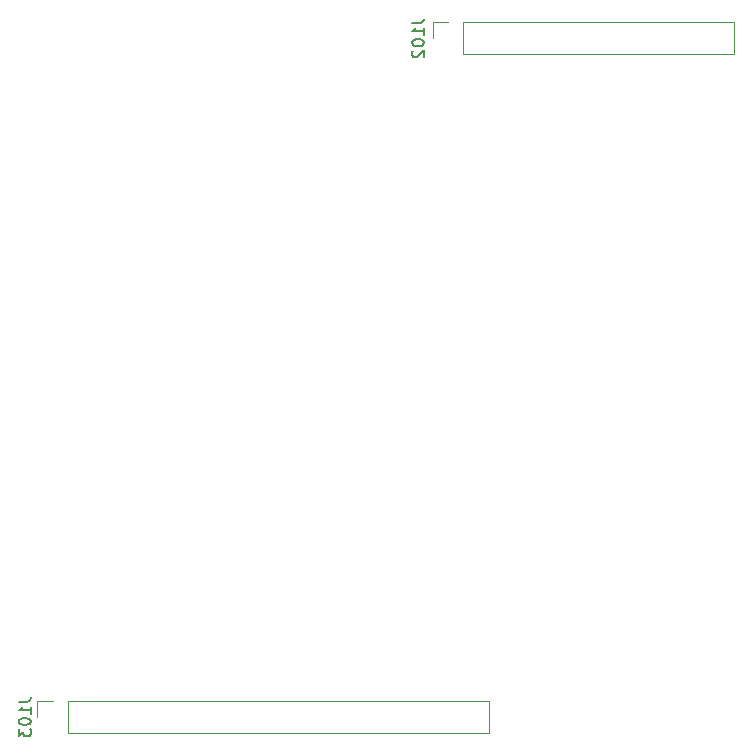
<source format=gbo>
G04 #@! TF.GenerationSoftware,KiCad,Pcbnew,(5.0.0)*
G04 #@! TF.CreationDate,2019-04-04T01:40:39-07:00*
G04 #@! TF.ProjectId,kicad-cpu-board,6B696361642D6370752D626F6172642E,rev?*
G04 #@! TF.SameCoordinates,Original*
G04 #@! TF.FileFunction,Legend,Bot*
G04 #@! TF.FilePolarity,Positive*
%FSLAX46Y46*%
G04 Gerber Fmt 4.6, Leading zero omitted, Abs format (unit mm)*
G04 Created by KiCad (PCBNEW (5.0.0)) date 04/04/19 01:40:39*
%MOMM*%
%LPD*%
G01*
G04 APERTURE LIST*
%ADD10C,0.120000*%
%ADD11C,0.150000*%
G04 APERTURE END LIST*
D10*
G04 #@! TO.C,J102*
X68685993Y-48264547D02*
X68685993Y-49594547D01*
X70015993Y-48264547D02*
X68685993Y-48264547D01*
X71285993Y-48264547D02*
X71285993Y-50924547D01*
X71285993Y-50924547D02*
X94205993Y-50924547D01*
X71285993Y-48264547D02*
X94205993Y-48264547D01*
X94205993Y-48264547D02*
X94205993Y-50924547D01*
G04 #@! TO.C,J103*
X35185993Y-105764547D02*
X35185993Y-107094547D01*
X36515993Y-105764547D02*
X35185993Y-105764547D01*
X37785993Y-105764547D02*
X37785993Y-108424547D01*
X37785993Y-108424547D02*
X73405993Y-108424547D01*
X37785993Y-105764547D02*
X73405993Y-105764547D01*
X73405993Y-105764547D02*
X73405993Y-108424547D01*
G04 #@! TD*
G04 #@! TO.C,J102*
D11*
X66945376Y-48336559D02*
X67659662Y-48336559D01*
X67802519Y-48288940D01*
X67897757Y-48193702D01*
X67945376Y-48050845D01*
X67945376Y-47955607D01*
X67945376Y-49336559D02*
X67945376Y-48765131D01*
X67945376Y-49050845D02*
X66945376Y-49050845D01*
X67088234Y-48955607D01*
X67183472Y-48860369D01*
X67231091Y-48765131D01*
X66945376Y-49955607D02*
X66945376Y-50050845D01*
X66992996Y-50146083D01*
X67040615Y-50193702D01*
X67135853Y-50241321D01*
X67326329Y-50288940D01*
X67564424Y-50288940D01*
X67754900Y-50241321D01*
X67850138Y-50193702D01*
X67897757Y-50146083D01*
X67945376Y-50050845D01*
X67945376Y-49955607D01*
X67897757Y-49860369D01*
X67850138Y-49812750D01*
X67754900Y-49765131D01*
X67564424Y-49717512D01*
X67326329Y-49717512D01*
X67135853Y-49765131D01*
X67040615Y-49812750D01*
X66992996Y-49860369D01*
X66945376Y-49955607D01*
X67040615Y-50669893D02*
X66992996Y-50717512D01*
X66945376Y-50812750D01*
X66945376Y-51050845D01*
X66992996Y-51146083D01*
X67040615Y-51193702D01*
X67135853Y-51241321D01*
X67231091Y-51241321D01*
X67373948Y-51193702D01*
X67945376Y-50622274D01*
X67945376Y-51241321D01*
G04 #@! TO.C,J103*
X33638373Y-105808832D02*
X34352659Y-105808832D01*
X34495516Y-105761213D01*
X34590754Y-105665975D01*
X34638373Y-105523118D01*
X34638373Y-105427880D01*
X34638373Y-106808832D02*
X34638373Y-106237404D01*
X34638373Y-106523118D02*
X33638373Y-106523118D01*
X33781231Y-106427880D01*
X33876469Y-106332642D01*
X33924088Y-106237404D01*
X33638373Y-107427880D02*
X33638373Y-107523118D01*
X33685993Y-107618356D01*
X33733612Y-107665975D01*
X33828850Y-107713594D01*
X34019326Y-107761213D01*
X34257421Y-107761213D01*
X34447897Y-107713594D01*
X34543135Y-107665975D01*
X34590754Y-107618356D01*
X34638373Y-107523118D01*
X34638373Y-107427880D01*
X34590754Y-107332642D01*
X34543135Y-107285023D01*
X34447897Y-107237404D01*
X34257421Y-107189785D01*
X34019326Y-107189785D01*
X33828850Y-107237404D01*
X33733612Y-107285023D01*
X33685993Y-107332642D01*
X33638373Y-107427880D01*
X33638373Y-108094547D02*
X33638373Y-108713594D01*
X34019326Y-108380261D01*
X34019326Y-108523118D01*
X34066945Y-108618356D01*
X34114564Y-108665975D01*
X34209802Y-108713594D01*
X34447897Y-108713594D01*
X34543135Y-108665975D01*
X34590754Y-108618356D01*
X34638373Y-108523118D01*
X34638373Y-108237404D01*
X34590754Y-108142166D01*
X34543135Y-108094547D01*
G04 #@! TD*
M02*

</source>
